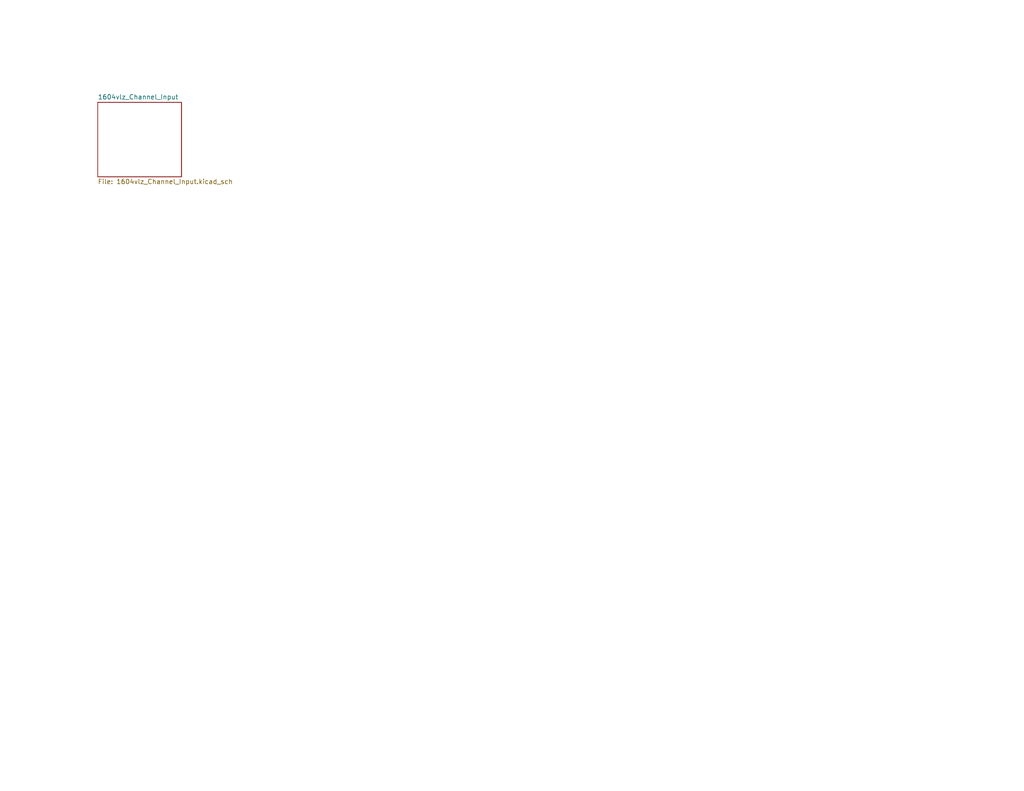
<source format=kicad_sch>
(kicad_sch (version 20211123) (generator eeschema)
  (paper "USLetter")
  (lib_symbols)
  (sheet (at 26.67 27.94) (size 22.86 20.32) (stroke (width 0.1524))
    (property "Sheet name" "1604vlz_Channel_Input" (at 26.67 27.2284 0) (effects (justify left bottom)))
    (property "Sheet file" "1604vlz_Channel_Input.kicad_sch" (at 26.67 48.8446 0) (effects (justify left top)))
  )
)
</source>
